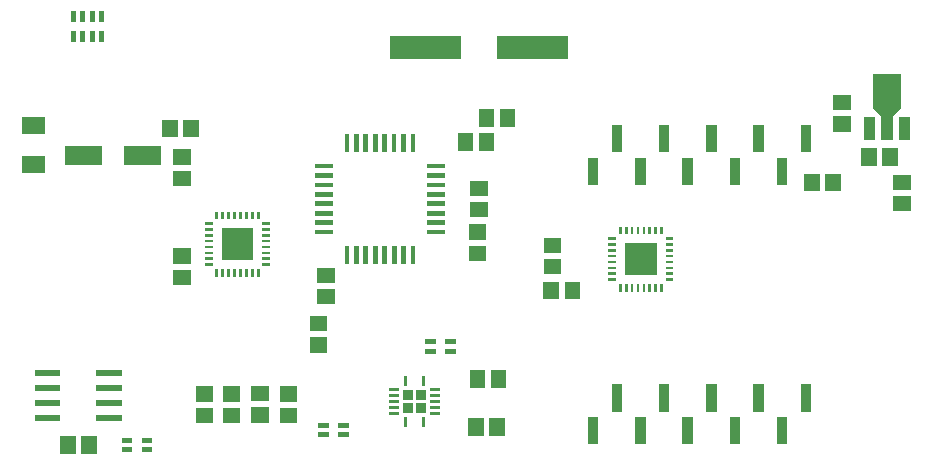
<source format=gbr>
G04 start of page 11 for group -4015 idx -4015 *
G04 Title: (unknown), toppaste *
G04 Creator: pcb 20140316 *
G04 CreationDate: Tue 08 Nov 2016 05:00:26 PM GMT UTC *
G04 For: ndholmes *
G04 Format: Gerber/RS-274X *
G04 PCB-Dimensions (mil): 3500.00 1750.00 *
G04 PCB-Coordinate-Origin: lower left *
%MOIN*%
%FSLAX25Y25*%
%LNTOPPASTE*%
%ADD104R,0.0350X0.0350*%
%ADD103R,0.0157X0.0157*%
%ADD102R,0.0787X0.0787*%
%ADD101R,0.0550X0.0550*%
%ADD100R,0.0630X0.0630*%
%ADD99R,0.0091X0.0091*%
%ADD98R,0.0200X0.0200*%
%ADD97R,0.0110X0.0110*%
%ADD96C,0.0001*%
%ADD95R,0.0945X0.0945*%
%ADD94R,0.0378X0.0378*%
%ADD93R,0.0167X0.0167*%
%ADD92R,0.0512X0.0512*%
G54D92*X98043Y113936D02*Y113150D01*
X90957Y113936D02*Y113150D01*
X94607Y96957D02*X95393D01*
X94607Y104043D02*X95393D01*
X218107Y74543D02*X218893D01*
X218107Y67457D02*X218893D01*
X142607Y64543D02*X143393D01*
X142607Y57457D02*X143393D01*
X140107Y48500D02*X140893D01*
X140107Y41414D02*X140893D01*
X189457Y109393D02*Y108607D01*
X196543Y109393D02*Y108607D01*
X218000Y59893D02*Y59107D01*
X225086Y59893D02*Y59107D01*
X56957Y8393D02*Y7607D01*
X64043Y8393D02*Y7607D01*
X130107Y25043D02*X130893D01*
X130107Y17957D02*X130893D01*
G54D93*X141217Y14575D02*X143087D01*
X141217Y11425D02*X143087D01*
X147913D02*X149783D01*
X147913Y14575D02*X149783D01*
G54D94*X324094Y115610D02*Y111516D01*
X330000Y123326D02*Y111516D01*
G54D95*Y126950D02*Y125060D01*
G54D96*G36*
X326695Y121755D02*X329535Y118915D01*
X328115Y117495D01*
X325275Y120335D01*
X326695Y121755D01*
G37*
G36*
X330465Y118915D02*X333305Y121755D01*
X334725Y120335D01*
X331885Y117495D01*
X330465Y118915D01*
G37*
G54D94*X335906Y115610D02*Y111516D01*
G54D92*X314607Y122086D02*X315393D01*
X314607Y115000D02*X315393D01*
G54D97*X178169Y18563D02*X180413D01*
X178169Y20531D02*X180413D01*
X178169Y22500D02*X180413D01*
X178169Y24469D02*X180413D01*
X178169Y26437D02*X180413D01*
X175453Y30413D02*Y28169D01*
X169547Y30413D02*Y28169D01*
X164587Y26437D02*X166831D01*
X164587Y24469D02*X166831D01*
X164587Y22500D02*X166831D01*
X164587Y20531D02*X166831D01*
X164587Y18563D02*X166831D01*
X169547Y16831D02*Y14587D01*
X175453Y16831D02*Y14587D01*
G54D96*G36*
X173091Y21909D02*Y18681D01*
X176319D01*
Y21909D01*
X173091D01*
G37*
G36*
X168681D02*Y18681D01*
X171909D01*
Y21909D01*
X168681D01*
G37*
G36*
X173091Y26319D02*Y23091D01*
X176319D01*
Y26319D01*
X173091D01*
G37*
G36*
X168681D02*Y23091D01*
X171909D01*
Y26319D01*
X168681D01*
G37*
G54D93*X176869Y42500D02*X178739D01*
X176869Y39350D02*X178739D01*
X183565D02*X185435D01*
X183565Y42500D02*X185435D01*
G54D92*X111107Y25000D02*X111893D01*
X111107Y17914D02*X111893D01*
G54D98*X67500Y17000D02*X74000D01*
X67500Y22000D02*X74000D01*
X67500Y27000D02*X74000D01*
X67500Y32000D02*X74000D01*
X47000D02*X53500D01*
X47000Y27000D02*X53500D01*
X47000Y22000D02*X53500D01*
X47000Y17000D02*X53500D01*
G54D99*X106610Y66280D02*Y64626D01*
X108579Y66280D02*Y64626D01*
X110547Y66280D02*Y64626D01*
X112516Y66280D02*Y64626D01*
X114484Y66280D02*Y64626D01*
X116453Y66280D02*Y64626D01*
X118421Y66280D02*Y64626D01*
X120390Y66280D02*Y64626D01*
X122220Y68110D02*X123874D01*
X122220Y70079D02*X123874D01*
X122220Y72047D02*X123874D01*
X122220Y74016D02*X123874D01*
X122220Y75984D02*X123874D01*
X122220Y77953D02*X123874D01*
X122220Y79921D02*X123874D01*
X122220Y81890D02*X123874D01*
X120390Y85374D02*Y83720D01*
X118421Y85374D02*Y83720D01*
X116453Y85374D02*Y83720D01*
X114484Y85374D02*Y83720D01*
X112516Y85374D02*Y83720D01*
X110547Y85374D02*Y83720D01*
X108579Y85374D02*Y83720D01*
X106610Y85374D02*Y83720D01*
X103126Y81890D02*X104780D01*
X103126Y79921D02*X104780D01*
X103126Y77953D02*X104780D01*
X103126Y75984D02*X104780D01*
X103126Y74016D02*X104780D01*
X103126Y72047D02*X104780D01*
X103126Y70079D02*X104780D01*
X103126Y68110D02*X104780D01*
G54D96*G36*
X108185Y80315D02*Y69685D01*
X118815D01*
Y80315D01*
X108185D01*
G37*
G54D99*X241110Y61280D02*Y59626D01*
X243079Y61280D02*Y59626D01*
X245047Y61280D02*Y59626D01*
X247016Y61280D02*Y59626D01*
X248984Y61280D02*Y59626D01*
X250953Y61280D02*Y59626D01*
X252921Y61280D02*Y59626D01*
X254890Y61280D02*Y59626D01*
X256720Y63110D02*X258374D01*
X256720Y65079D02*X258374D01*
X256720Y67047D02*X258374D01*
X256720Y69016D02*X258374D01*
X256720Y70984D02*X258374D01*
X256720Y72953D02*X258374D01*
X256720Y74921D02*X258374D01*
X256720Y76890D02*X258374D01*
X254890Y80374D02*Y78720D01*
X252921Y80374D02*Y78720D01*
X250953Y80374D02*Y78720D01*
X248984Y80374D02*Y78720D01*
X247016Y80374D02*Y78720D01*
X245047Y80374D02*Y78720D01*
X243079Y80374D02*Y78720D01*
X241110Y80374D02*Y78720D01*
X237626Y76890D02*X239280D01*
X237626Y74921D02*X239280D01*
X237626Y72953D02*X239280D01*
X237626Y70984D02*X239280D01*
X237626Y69016D02*X239280D01*
X237626Y67047D02*X239280D01*
X237626Y65079D02*X239280D01*
X237626Y63110D02*X239280D01*
G54D96*G36*
X242685Y75315D02*Y64685D01*
X253315D01*
Y75315D01*
X242685D01*
G37*
G54D92*X102107Y25043D02*X102893D01*
X102107Y17957D02*X102893D01*
G54D93*X82413Y6425D02*X84283D01*
X82413Y9575D02*X84283D01*
X75717D02*X77587D01*
X75717Y6425D02*X77587D01*
G54D92*X120607Y25086D02*X121393D01*
X120607Y18000D02*X121393D01*
G54D93*X58776Y145087D02*Y143217D01*
X61925Y145087D02*Y143217D01*
X65075Y145087D02*Y143217D01*
X68224Y145087D02*Y143217D01*
Y151783D02*Y149913D01*
X65075Y151783D02*Y149913D01*
X61925Y151783D02*Y149913D01*
X58776Y151783D02*Y149913D01*
G54D100*X59008Y104500D02*X65307D01*
X78693D02*X84992D01*
G54D101*X44500Y114500D02*X46500D01*
X44500Y101500D02*X46500D01*
G54D92*X94607Y71043D02*X95393D01*
X94607Y63957D02*X95393D01*
G54D102*X203843Y140500D02*X219591D01*
X168409D02*X184157D01*
G54D92*X203543Y117393D02*Y116607D01*
X196457Y117393D02*Y116607D01*
G54D103*X177566Y78977D02*X181992D01*
X177566Y82126D02*X181992D01*
X177566Y85276D02*X181992D01*
X177566Y88425D02*X181992D01*
X177566Y91575D02*X181992D01*
X177566Y94725D02*X181992D01*
X177566Y97874D02*X181992D01*
X177566Y101024D02*X181992D01*
X172023Y110992D02*Y106566D01*
X168874Y110992D02*Y106566D01*
X165724Y110992D02*Y106566D01*
X162575Y110992D02*Y106566D01*
X159425Y110992D02*Y106566D01*
X156275Y110992D02*Y106566D01*
X153126Y110992D02*Y106566D01*
X149976Y110992D02*Y106566D01*
X140008Y101023D02*X144434D01*
X140008Y97874D02*X144434D01*
X140008Y94724D02*X144434D01*
X140008Y91575D02*X144434D01*
X140008Y88425D02*X144434D01*
X140008Y85275D02*X144434D01*
X140008Y82126D02*X144434D01*
X140008Y78976D02*X144434D01*
X149977Y73434D02*Y69008D01*
X153126Y73434D02*Y69008D01*
X156276Y73434D02*Y69008D01*
X159425Y73434D02*Y69008D01*
X162575Y73434D02*Y69008D01*
X165725Y73434D02*Y69008D01*
X168874Y73434D02*Y69008D01*
X172024Y73434D02*Y69008D01*
G54D92*X193107Y79043D02*X193893D01*
X193107Y71957D02*X193893D01*
X304957Y95893D02*Y95107D01*
X312043Y95893D02*Y95107D01*
X334607Y88457D02*X335393D01*
X334607Y95543D02*X335393D01*
G54D104*X302933Y113055D02*Y107543D01*
X287185Y113055D02*Y107543D01*
X271437Y113055D02*Y107543D01*
X255689Y113055D02*Y107543D01*
X239941Y113055D02*Y107543D01*
X232067Y102071D02*Y96559D01*
X247815Y102071D02*Y96559D01*
X263563Y102071D02*Y96559D01*
X279311Y102071D02*Y96559D01*
X295059Y102071D02*Y96559D01*
X302933Y26441D02*Y20929D01*
X287185Y26441D02*Y20929D01*
X271437Y26441D02*Y20929D01*
X255689Y26441D02*Y20929D01*
X239941Y26441D02*Y20929D01*
X232067Y15457D02*Y9945D01*
X247815Y15457D02*Y9945D01*
X263563Y15457D02*Y9945D01*
X279311Y15457D02*Y9945D01*
X295059Y15457D02*Y9945D01*
G54D92*X331043Y104393D02*Y103607D01*
X323957Y104393D02*Y103607D01*
X193607Y93586D02*X194393D01*
X193607Y86500D02*X194393D01*
X200043Y14393D02*Y13607D01*
X192957Y14393D02*Y13607D01*
X200543Y30393D02*Y29607D01*
X193457Y30393D02*Y29607D01*
M02*

</source>
